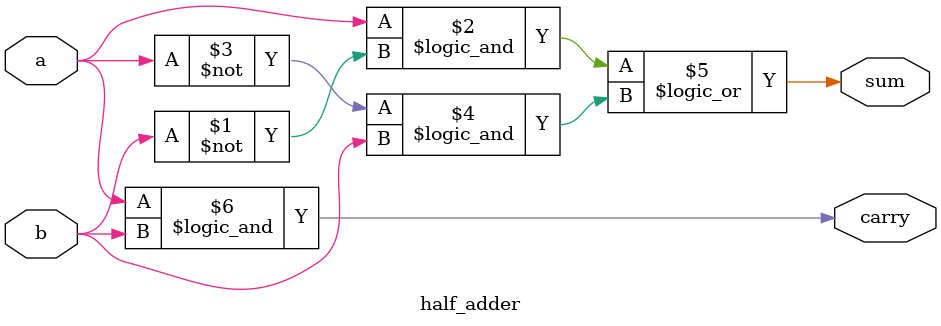
<source format=v>
`timescale 1ns/1ps

module half_adder(
    input a,
    input b,
    output sum,
    output carry
);

    assign sum = (a && ~b) || (~a && b) ;
    assign carry = a && b; 

endmodule

</source>
